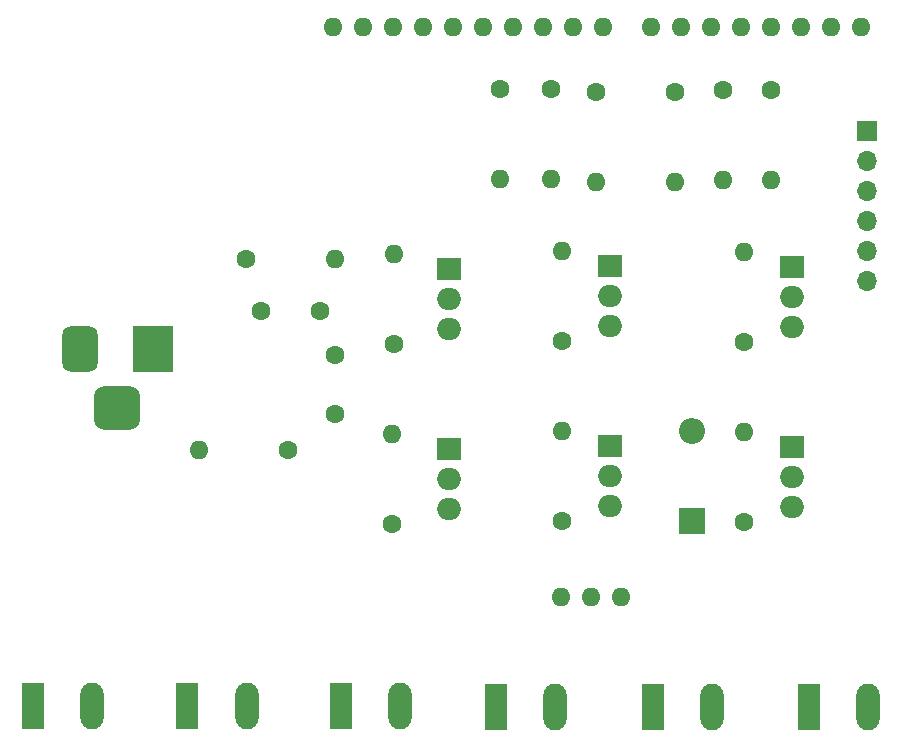
<source format=gbr>
%TF.GenerationSoftware,KiCad,Pcbnew,8.0.3*%
%TF.CreationDate,2024-07-14T15:46:43+08:00*%
%TF.ProjectId,circadian-rave-hardware,63697263-6164-4696-916e-2d726176652d,rev?*%
%TF.SameCoordinates,Original*%
%TF.FileFunction,Soldermask,Bot*%
%TF.FilePolarity,Negative*%
%FSLAX46Y46*%
G04 Gerber Fmt 4.6, Leading zero omitted, Abs format (unit mm)*
G04 Created by KiCad (PCBNEW 8.0.3) date 2024-07-14 15:46:43*
%MOMM*%
%LPD*%
G01*
G04 APERTURE LIST*
G04 Aperture macros list*
%AMRoundRect*
0 Rectangle with rounded corners*
0 $1 Rounding radius*
0 $2 $3 $4 $5 $6 $7 $8 $9 X,Y pos of 4 corners*
0 Add a 4 corners polygon primitive as box body*
4,1,4,$2,$3,$4,$5,$6,$7,$8,$9,$2,$3,0*
0 Add four circle primitives for the rounded corners*
1,1,$1+$1,$2,$3*
1,1,$1+$1,$4,$5*
1,1,$1+$1,$6,$7*
1,1,$1+$1,$8,$9*
0 Add four rect primitives between the rounded corners*
20,1,$1+$1,$2,$3,$4,$5,0*
20,1,$1+$1,$4,$5,$6,$7,0*
20,1,$1+$1,$6,$7,$8,$9,0*
20,1,$1+$1,$8,$9,$2,$3,0*%
G04 Aperture macros list end*
%ADD10R,3.500000X3.900000*%
%ADD11RoundRect,0.750000X-0.750000X-1.200000X0.750000X-1.200000X0.750000X1.200000X-0.750000X1.200000X0*%
%ADD12RoundRect,0.925000X-1.025000X-0.925000X1.025000X-0.925000X1.025000X0.925000X-1.025000X0.925000X0*%
%ADD13C,1.600000*%
%ADD14O,1.600000X1.600000*%
%ADD15R,2.200000X2.200000*%
%ADD16O,2.200000X2.200000*%
%ADD17R,1.980000X3.960000*%
%ADD18O,1.980000X3.960000*%
%ADD19O,2.000000X1.905000*%
%ADD20R,2.000000X1.905000*%
%ADD21R,1.700000X1.700000*%
%ADD22O,1.700000X1.700000*%
G04 APERTURE END LIST*
D10*
%TO.C,J1*%
X86400000Y-92200000D03*
D11*
X80200000Y-92200000D03*
D12*
X83300000Y-97200000D03*
%TD*%
D13*
%TO.C,C2*%
X97800000Y-100800000D03*
D14*
X90300000Y-100800000D03*
%TD*%
D13*
%TO.C,C1*%
X94250000Y-84600000D03*
D14*
X101750000Y-84600000D03*
%TD*%
D13*
%TO.C,C4*%
X101800000Y-97700000D03*
X101800000Y-92700000D03*
%TD*%
%TO.C,C3*%
X95500000Y-89000000D03*
X100500000Y-89000000D03*
%TD*%
D15*
%TO.C,D1*%
X132000000Y-106810000D03*
D16*
X132000000Y-99190000D03*
%TD*%
D17*
%TO.C,J3*%
X128700000Y-122500000D03*
D18*
X133700000Y-122500000D03*
%TD*%
D14*
%TO.C,A1*%
X120960000Y-113200000D03*
X123500000Y-113200000D03*
X126040000Y-113200000D03*
X146360000Y-64940000D03*
X143820000Y-64940000D03*
X141280000Y-64940000D03*
X138740000Y-64940000D03*
X136200000Y-64940000D03*
X133660000Y-64940000D03*
X131120000Y-64940000D03*
X128580000Y-64940000D03*
X124520000Y-64940000D03*
X121980000Y-64940000D03*
X119440000Y-64940000D03*
X116900000Y-64940000D03*
X114360000Y-64940000D03*
X111820000Y-64940000D03*
X109280000Y-64940000D03*
X106740000Y-64940000D03*
X104200000Y-64940000D03*
X101660000Y-64940000D03*
%TD*%
D18*
%TO.C,J8*%
X81235000Y-122400000D03*
D17*
X76235000Y-122400000D03*
%TD*%
D18*
%TO.C,J7*%
X94300000Y-122400000D03*
D17*
X89300000Y-122400000D03*
%TD*%
D18*
%TO.C,J6*%
X107300000Y-122400000D03*
D17*
X102300000Y-122400000D03*
%TD*%
D18*
%TO.C,J5*%
X120400000Y-122500000D03*
D17*
X115400000Y-122500000D03*
%TD*%
%TO.C,J2*%
X141900000Y-122500000D03*
D18*
X146900000Y-122500000D03*
%TD*%
D14*
%TO.C,R12*%
X106600000Y-99390000D03*
D13*
X106600000Y-107010000D03*
%TD*%
D14*
%TO.C,R11*%
X115800000Y-77840000D03*
D13*
X115800000Y-70220000D03*
%TD*%
D14*
%TO.C,R10*%
X106800000Y-84130000D03*
D13*
X106800000Y-91750000D03*
%TD*%
D14*
%TO.C,R9*%
X120100000Y-77840000D03*
D13*
X120100000Y-70220000D03*
%TD*%
%TO.C,R8*%
X121000000Y-106810000D03*
D14*
X121000000Y-99190000D03*
%TD*%
%TO.C,R7*%
X123900000Y-78040000D03*
D13*
X123900000Y-70420000D03*
%TD*%
D14*
%TO.C,R6*%
X121000000Y-83930000D03*
D13*
X121000000Y-91550000D03*
%TD*%
D14*
%TO.C,R5*%
X130600000Y-78040000D03*
D13*
X130600000Y-70420000D03*
%TD*%
%TO.C,R4*%
X136400000Y-106870000D03*
D14*
X136400000Y-99250000D03*
%TD*%
%TO.C,R3*%
X134600000Y-77930000D03*
D13*
X134600000Y-70310000D03*
%TD*%
%TO.C,R2*%
X136400000Y-91610000D03*
D14*
X136400000Y-83990000D03*
%TD*%
%TO.C,R1*%
X138700000Y-77930000D03*
D13*
X138700000Y-70310000D03*
%TD*%
D19*
%TO.C,Q6*%
X111455000Y-105740000D03*
X111455000Y-103200000D03*
D20*
X111455000Y-100660000D03*
%TD*%
D19*
%TO.C,Q5*%
X111455000Y-90480000D03*
X111455000Y-87940000D03*
D20*
X111455000Y-85400000D03*
%TD*%
%TO.C,Q4*%
X125055000Y-100460000D03*
D19*
X125055000Y-103000000D03*
X125055000Y-105540000D03*
%TD*%
%TO.C,Q3*%
X125055000Y-90280000D03*
X125055000Y-87740000D03*
D20*
X125055000Y-85200000D03*
%TD*%
D19*
%TO.C,Q2*%
X140455000Y-105600000D03*
X140455000Y-103060000D03*
D20*
X140455000Y-100520000D03*
%TD*%
D19*
%TO.C,Q1*%
X140455000Y-90340000D03*
X140455000Y-87800000D03*
D20*
X140455000Y-85260000D03*
%TD*%
D21*
%TO.C,J4*%
X146800000Y-73780000D03*
D22*
X146800000Y-76320000D03*
X146800000Y-78860000D03*
X146800000Y-81400000D03*
X146800000Y-83940000D03*
X146800000Y-86480000D03*
%TD*%
M02*

</source>
